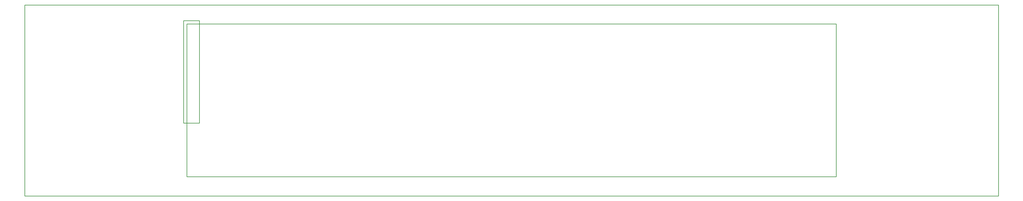
<source format=gko>
G04 Layer: BoardOutlineLayer*
G04 EasyEDA v6.5.29, 2023-07-18 11:26:45*
G04 d575c27316b541eeac0eae0678b153b1,5a6b42c53f6a479593ecc07194224c93,10*
G04 Gerber Generator version 0.2*
G04 Scale: 100 percent, Rotated: No, Reflected: No *
G04 Dimensions in millimeters *
G04 leading zeros omitted , absolute positions ,4 integer and 5 decimal *
%FSLAX45Y45*%
%MOMM*%

%ADD10C,0.2540*%
D10*
X2794000Y8636000D02*
G01*
X45466000Y8636000D01*
X45466000Y254000D01*
X2794000Y254000D01*
X2794000Y8636000D01*
X9903580Y7799984D02*
G01*
X9903580Y1099997D01*
X9903580Y1099997D02*
G01*
X38353523Y1099997D01*
X38353523Y1099997D02*
G01*
X38353523Y7799984D01*
X38353523Y7799984D02*
G01*
X9903580Y7799984D01*
X9753600Y7950200D02*
G01*
X9753600Y3450209D01*
X9753600Y3450209D02*
G01*
X10453598Y3450209D01*
X10453598Y3450209D02*
G01*
X10453598Y7950200D01*
X10453598Y7950200D02*
G01*
X9753600Y7950200D01*

%LPD*%
M02*

</source>
